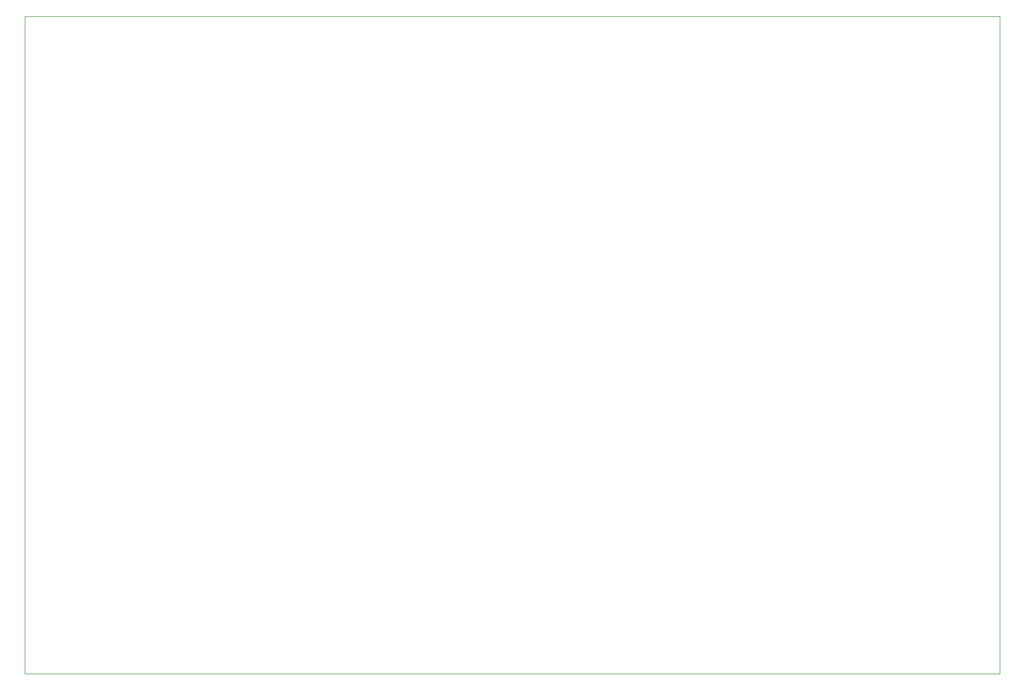
<source format=gbr>
%TF.GenerationSoftware,KiCad,Pcbnew,8.0.2*%
%TF.CreationDate,2024-06-26T19:24:32-04:00*%
%TF.ProjectId,pcb_forfirstproject,7063625f-666f-4726-9669-72737470726f,rev?*%
%TF.SameCoordinates,Original*%
%TF.FileFunction,Profile,NP*%
%FSLAX46Y46*%
G04 Gerber Fmt 4.6, Leading zero omitted, Abs format (unit mm)*
G04 Created by KiCad (PCBNEW 8.0.2) date 2024-06-26 19:24:32*
%MOMM*%
%LPD*%
G01*
G04 APERTURE LIST*
%TA.AperFunction,Profile*%
%ADD10C,0.050000*%
%TD*%
G04 APERTURE END LIST*
D10*
X66500000Y-149000000D02*
X66500000Y-43500000D01*
X223000000Y-149000000D02*
X66500000Y-149000000D01*
X223000000Y-43500000D02*
X223000000Y-149000000D01*
X66500000Y-43500000D02*
X223000000Y-43500000D01*
M02*

</source>
